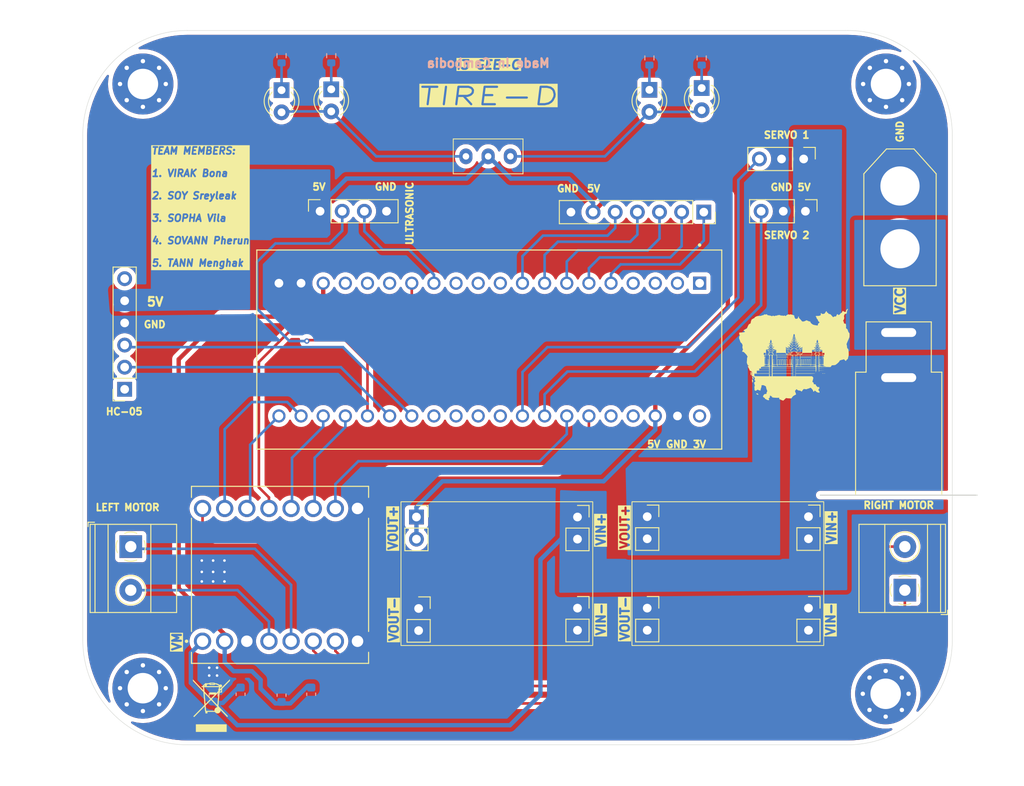
<source format=kicad_pcb>
(kicad_pcb (version 20240108) (generator "pcbnew") (generator_version "8.0")
  (layers (0 "F.Cu" signal) (31 "B.Cu" signal) (34 "B.Paste" user) (35 "F.Paste" user) (36 "B.SilkS" user "B.Silkscreen") (37 "F.SilkS" user "F.Silkscreen") (38 "B.Mask" user) (39 "F.Mask" user) (44 "Edge.Cuts" user))
  (net 0 "")
  (net 1 "PB7")
  (net 2 "A2")
  (net 3 "PB12")
  (net 4 "A1")
  (net 5 "PB6")
  (net 6 "PB13")
  (net 7 "GND")
  (net 8 "PB1")
  (net 9 "3.3V")
  (net 10 "12V")
  (net 11 "PB15")
  (net 12 "PB14")
  (net 18 "5V")
  (net 25 "A4")
  (net 26 "A3")
  (net 28 "A10")
  (net 30 "PB5")
  (net 32 "A8")
  (net 34 "PB0")
  (net 35 "PB4")
  (net 37 "A9")
  (net 40 "A0")
  (net 41 "AO2")
  (net 42 "AO1")
  (net 43 "BO2")
  (net 44 "BO1")
  (net 45 "5VCC")
  (net 46 "Net-(D2-K)")
  (net 47 "Net-(D3-K)")
  (net 48 "Net-(D4-A)")
  (net 49 "Net-(D4-K)")
  (net 50 "Net-(D5-K)")
  (net 51 "Net-(D2-A)")
  (net 52 "VCC")
  (footprint "Logo:flag cambodia 16" (layer "F.Cu") (at 171.6 72)
    (property "Reference" "G***" (hide yes))
    (property "Value" "LOGO" (hide yes))
  )
  (footprint "Connector_BarrelJack:BarrelJack_SwitchcraftConxall_RAPC10U_Horizontal" (layer "F.Cu") (at 183.6 69.42 90)
    (property "Reference" "SW1" (hide yes))
    (property "Value" "SW_SPST" (hide yes))
    (fp_line (start -18.67 -9) (end -18.67 9) (stroke (width 0.12)) (layer "Edge.Cuts"))
    (pad "1" thru_hole rect (at 0 0 90) (size 2.02 5.02) (drill oval 1.02 4.02) (layers "*.Cu" "*.Mask") (net 52 "VCC"))
    (pad "2" thru_hole oval (at -5.18 0 90) (size 2.02 5.02) (drill oval 1.02 4.02) (layers "*.Cu" "*.Mask") (net 10 "12V"))
  )
  (footprint "Connector_PinSocket_2.54mm:PinSocket_1x06_P2.54mm_Vertical" (layer "F.Cu") (at 94.8 75.94 180)
    (property "Reference" "HC1" (hide yes))
    (property "Value" "Conn_01x06_Female")
    (pad "1" thru_hole rect (at 0 0 180) (size 1.7 1.7) (drill 1) (layers "*.Cu" "*.Mask"))
    (pad "2" thru_hole oval (at 0 2.54 180) (size 1.7 1.7) (drill 1) (layers "*.Cu" "*.Mask") (net 37 "A9"))
    (pad "3" thru_hole oval (at 0 5.08 180) (size 1.7 1.7) (drill 1) (layers "*.Cu" "*.Mask") (net 28 "A10"))
    (pad "4" thru_hole oval (at 0 7.62 180) (size 1.7 1.7) (drill 1) (layers "*.Cu" "*.Mask") (net 7 "GND"))
    (pad "5" thru_hole oval (at 0 10.16 180) (size 1.7 1.7) (drill 1) (layers "*.Cu" "*.Mask") (net 18 "5V"))
    (pad "6" thru_hole oval (at 0 12.7 180) (size 1.7 1.7) (drill 1) (layers "*.Cu" "*.Mask"))
  )
  (footprint "Connector_PinSocket_2.54mm:PinSocket_1x02_P2.54mm_Vertical" (layer "F.Cu") (at 128.525 101.1)
    (property "Reference" "J9" (hide yes))
    (property "Value" "VOUT-")
    (pad "1" thru_hole rect (at 0 0) (size 1.7 1.7) (drill 1) (layers "*.Cu" "*.Mask") (net 7 "GND"))
    (pad "2" thru_hole oval (at 0 2.54) (size 1.7 1.7) (drill 1) (layers "*.Cu" "*.Mask") (net 7 "GND"))
  )
  (footprint "Connector_PinSocket_2.54mm:PinSocket_1x02_P2.54mm_Vertical" (layer "F.Cu") (at 154.75 101.06)
    (property "Reference" "J13" (hide yes))
    (property "Value" "VOUT-")
    (pad "1" thru_hole rect (at 0 0) (size 1.7 1.7) (drill 1) (layers "*.Cu" "*.Mask") (net 7 "GND"))
    (pad "2" thru_hole oval (at 0 2.54) (size 1.7 1.7) (drill 1) (layers "*.Cu" "*.Mask") (net 7 "GND"))
  )
  (footprint "DriverMotor:MODULE_ROB-14450" (layer "F.Cu") (at 112.625 97.24 90)
    (property "Reference" "U1" (hide yes))
    (property "Value" "ROB-14450")
    (pad "1" thru_hole circle (at -7.62 -8.89 90) (size 1.98 1.98) (drill 1.32) (layers "*.Cu" "*.Mask") (net 10 "12V"))
    (pad "2" thru_hole circle (at -7.62 -6.35 90) (size 1.98 1.98) (drill 1.32) (layers "*.Cu" "*.Mask") (net 9 "3.3V"))
    (pad "3" thru_hole circle (at -7.62 -3.81 90) (size 1.98 1.98) (drill 1.32) (layers "*.Cu" "*.Mask") (net 7 "GND"))
    (pad "4" thru_hole circle (at -7.62 -1.27 90) (size 1.98 1.98) (drill 1.32) (layers "*.Cu" "*.Mask") (net 42 "AO1"))
    (pad "5" thru_hole circle (at -7.62 1.27 90) (size 1.98 1.98) (drill 1.32) (layers "*.Cu" "*.Mask") (net 41 "AO2"))
    (pad "6" thru_hole circle (at -7.62 3.81 90) (size 1.98 1.98) (drill 1.32) (layers "*.Cu" "*.Mask") (net 43 "BO2"))
    (pad "7" thru_hole circle (at -7.62 6.35 90) (size 1.98 1.98) (drill 1.32) (layers "*.Cu" "*.Mask") (net 44 "BO1"))
    (pad "8" thru_hole circle (at -7.62 8.89 90) (size 1.98 1.98) (drill 1.32) (layers "*.Cu" "*.Mask") (net 7 "GND"))
    (pad "9" thru_hole circle (at 7.62 8.89 90) (size 1.98 1.98) (drill 1.32) (layers "*.Cu" "*.Mask") (net 7 "GND"))
    (pad "10" thru_hole circle (at 7.62 6.35 90) (size 1.98 1.98) (drill 1.32) (layers "*.Cu" "*.Mask") (net 5 "PB6"))
    (pad "11" thru_hole circle (at 7.62 3.81 90) (size 1.98 1.98) (drill 1.32) (layers "*.Cu" "*.Mask") (net 11 "PB15"))
    (pad "12" thru_hole circle (at 7.62 1.27 90) (size 1.98 1.98) (drill 1.32) (layers "*.Cu" "*.Mask") (net 12 "PB14"))
    (pad "13" thru_hole circle (at 7.62 -1.27 90) (size 1.98 1.98) (drill 1.32) (layers "*.Cu" "*.Mask") (net 8 "PB1"))
    (pad "14" thru_hole circle (at 7.62 -3.81 90) (size 1.98 1.98) (drill 1.32) (layers "*.Cu" "*.Mask") (net 3 "PB12"))
    (pad "15" thru_hole circle (at 7.62 -6.35 90) (size 1.98 1.98) (drill 1.32) (layers "*.Cu" "*.Mask") (net 6 "PB13"))
    (pad "16" thru_hole circle (at 7.62 -8.89 90) (size 1.98 1.98) (drill 1.32) (layers "*.Cu" "*.Mask") (net 1 "PB7"))
  )
  (footprint "Connector_PinSocket_2.54mm:PinSocket_1x02_P2.54mm_Vertical" (layer "F.Cu") (at 154.75 90.56)
    (property "Reference" "J12" (hide yes))
    (property "Value" "VOUT+")
    (pad "1" thru_hole rect (at 0 0) (size 1.7 1.7) (drill 1) (layers "*.Cu" "*.Mask") (net 45 "5VCC"))
    (pad "2" thru_hole oval (at 0 2.54) (size 1.7 1.7) (drill 1) (layers "*.Cu" "*.Mask") (net 45 "5VCC"))
  )
  (footprint "LED_THT:LED_D3.0mm" (layer "F.Cu") (at 155 41.56 -90)
    (property "Reference" "D3" (hide yes))
    (property "Value" "LED")
    (pad "1" thru_hole rect (at 0 0 270) (size 1.8 1.8) (drill 0.9) (layers "*.Cu" "*.Mask") (net 47 "Net-(D3-K)"))
    (pad "2" thru_hole circle (at 2.54 0 270) (size 1.8 1.8) (drill 0.9) (layers "*.Cu" "*.Mask") (net 51 "Net-(D2-A)"))
  )
  (footprint "LED_THT:LED_D3.0mm" (layer "F.Cu") (at 161 41.36 -90)
    (property "Reference" "D2" (hide yes))
    (property "Value" "LED")
    (pad "1" thru_hole rect (at 0 0 270) (size 1.8 1.8) (drill 0.9) (layers "*.Cu" "*.Mask") (net 46 "Net-(D2-K)"))
    (pad "2" thru_hole circle (at 2.54 0 270) (size 1.8 1.8) (drill 0.9) (layers "*.Cu" "*.Mask") (net 51 "Net-(D2-A)"))
  )
  (footprint "MountingHole:MountingHole_3.5mm_Pad_Via" (layer "F.Cu") (at 182.143845 40.893845)
    (property "Reference" "H4" (hide yes))
    (property "Value" "MountingHole")
    (pad "1" thru_hole circle (at -2.625 0) (size 0.8 0.8) (drill 0.5) (layers "*.Cu" "*.Mask"))
    (pad "1" thru_hole circle (at -1.856155 -1.856155) (size 0.8 0.8) (drill 0.5) (layers "*.Cu" "*.Mask"))
    (pad "1" thru_hole circle (at -1.856155 1.856155) (size 0.8 0.8) (drill 0.5) (layers "*.Cu" "*.Mask"))
    (pad "1" thru_hole circle (at 0 -2.625) (size 0.8 0.8) (drill 0.5) (layers "*.Cu" "*.Mask"))
    (pad "1" thru_hole circle (at 0 0) (size 7 7) (drill 3.5) (layers "*.Cu" "*.Mask"))
    (pad "1" thru_hole circle (at 0 2.625) (size 0.8 0.8) (drill 0.5) (layers "*.Cu" "*.Mask"))
    (pad "1" thru_hole circle (at 1.856155 -1.856155) (size 0.8 0.8) (drill 0.5) (layers "*.Cu" "*.Mask"))
    (pad "1" thru_hole circle (at 1.856155 1.856155) (size 0.8 0.8) (drill 0.5) (layers "*.Cu" "*.Mask"))
    (pad "1" thru_hole circle (at 2.625 0) (size 0.8 0.8) (drill 0.5) (layers "*.Cu" "*.Mask"))
  )
  (footprint "MountingHole:MountingHole_3.5mm_Pad_Via" (layer "F.Cu") (at 182.106155 110.893845)
    (property "Reference" "H3" (hide yes))
    (property "Value" "MountingHole")
    (pad "1" thru_hole circle (at -2.625 0) (size 0.8 0.8) (drill 0.5) (layers "*.Cu" "*.Mask"))
    (pad "1" thru_hole circle (at -1.856155 -1.856155) (size 0.8 0.8) (drill 0.5) (layers "*.Cu" "*.Mask"))
    (pad "1" thru_hole circle (at -1.856155 1.856155) (size 0.8 0.8) (drill 0.5) (layers "*.Cu" "*.Mask"))
    (pad "1" thru_hole circle (at 0 -2.625) (size 0.8 0.8) (drill 0.5) (layers "*.Cu" "*.Mask"))
    (pad "1" thru_hole circle (at 0 0) (size 7 7) (drill 3.5) (layers "*.Cu" "*.Mask"))
    (pad "1" thru_hole circle (at 0 2.625) (size 0.8 0.8) (drill 0.5) (layers "*.Cu" "*.Mask"))
    (pad "1" thru_hole circle (at 1.856155 -1.856155) (size 0.8 0.8) (drill 0.5) (layers "*.Cu" "*.Mask"))
    (pad "1" thru_hole circle (at 1.856155 1.856155) (size 0.8 0.8) (drill 0.5) (layers "*.Cu" "*.Mask"))
    (pad "1" thru_hole circle (at 2.625 0) (size 0.8 0.8) (drill 0.5) (layers "*.Cu" "*.Mask"))
  )
  (footprint "DriverMotor:Switch 3Pins" (layer "F.Cu") (at 136.55 49.2 180)
    (property "Reference" "SW2" (hide yes))
    (property "Value" "SW_SPDT" (hide yes))
    (pad "1" thru_hole oval (at -2.5 0 180) (size 1.5 1.8) (drill 0.75) (layers "*.Cu" "*.Mask") (net 51 "Net-(D2-A)"))
    (pad "2" thru_hole oval (at 0.05 0 180) (size 1.5 1.8) (drill 0.75) (layers "*.Cu" "*.Mask") (net 18 "5V"))
    (pad "3" thru_hole oval (at 2.6 0 180) (size 1.5 1.8) (drill 0.75) (layers "*.Cu" "*.Mask") (net 48 "Net-(D4-A)"))
  )
  (footprint "STM32F103C8T6:STM32F103C8T6" (layer "F.Cu") (at 136.63 71.38 -90)
    (property "Reference" "U2" (hide yes))
    (property "Value" "ZC323000")
    (pad "1" thru_hole rect (at -7.62 -24.13 270) (size 1.508 1.508) (drill 1) (layers "*.Cu" "*.Mask"))
    (pad "2" thru_hole circle (at -7.62 -21.59 270) (size 1.508 1.508) (drill 1) (layers "*.Cu" "*.Mask"))
    (pad "3" thru_hole circle (at -7.62 -19.05 270) (size 1.508 1.508) (drill 1) (layers "*.Cu" "*.Mask"))
    (pad "4" thru_hole circle (at -7.62 -16.51 270) (size 1.508 1.508) (drill 1) (layers "*.Cu" "*.Mask"))
    (pad "5" thru_hole circle (at -7.62 -13.97 270) (size 1.508 1.508) (drill 1) (layers "*.Cu" "*.Mask") (net 40 "A0"))
    (pad "6" thru_hole circle (at -7.62 -11.43 270) (size 1.508 1.508) (drill 1) (layers "*.Cu" "*.Mask") (net 4 "A1"))
    (pad "7" thru_hole circle (at -7.62 -8.89 270) (size 1.508 1.508) (drill 1) (layers "*.Cu" "*.Mask") (net 2 "A2"))
    (pad "8" thru_hole circle (at -7.62 -6.35 270) (size 1.508 1.508) (drill 1) (layers "*.Cu" "*.Mask") (net 26 "A3"))
    (pad "9" thru_hole circle (at -7.62 -3.81 270) (size 1.508 1.508) (drill 1) (layers "*.Cu" "*.Mask") (net 25 "A4"))
    (pad "10" thru_hole circle (at -7.62 -1.27 270) (size 1.508 1.508) (drill 1) (layers "*.Cu" "*.Mask"))
    (pad "11" thru_hole circle (at -7.62 1.27 270) (size 1.508 1.508) (drill 1) (layers "*.Cu" "*.Mask"))
    (pad "12" thru_hole circle (at -7.62 3.81 270) (size 1.508 1.508) (drill 1) (layers "*.Cu" "*.Mask"))
    (pad "13" thru_hole circle (at -7.62 6.35 270) (size 1.508 1.508) (drill 1) (layers "*.Cu" "*.Mask") (net 34 "PB0"))
    (pad "14" thru_hole circle (at -7.62 8.89 270) (size 1.508 1.508) (drill 1) (layers "*.Cu" "*.Mask") (net 8 "PB1"))
    (pad "15" thru_hole circle (at -7.62 11.43 270) (size 1.508 1.508) (drill 1) (layers "*.Cu" "*.Mask"))
    (pad "16" thru_hole circle (at -7.62 13.97 270) (size 1.508 1.508) (drill 1) (layers "*.Cu" "*.Mask"))
    (pad "17" thru_hole circle (at -7.62 16.51 270) (size 1.508 1.508) (drill 1) (layers "*.Cu" "*.Mask"))
    (pad "18" thru_hole circle (at -7.62 19.05 270) (size 1.508 1.508) (drill 1) (layers "*.Cu" "*.Mask") (net 9 "3.3V"))
    (pad "19" thru_hole circle (at -7.62 21.59 270) (size 1.508 1.508) (drill 1) (layers "*.Cu" "*.Mask") (net 7 "GND"))
    (pad "20" thru_hole circle (at -7.62 24.13 270) (size 1.508 1.508) (drill 1) (layers "*.Cu" "*.Mask") (net 7 "GND"))
    (pad "21" thru_hole circle (at 7.62 24.13 270) (size 1.508 1.508) (drill 1) (layers "*.Cu" "*.Mask") (net 3 "PB12"))
    (pad "22" thru_hole circle (at 7.62 21.59 270) (size 1.508 1.508) (drill 1) (layers "*.Cu" "*.Mask") (net 6 "PB13"))
    (pad "23" thru_hole circle (at 7.62 19.05 270) (size 1.508 1.508) (drill 1) (layers "*.Cu" "*.Mask") (net 12 "PB14"))
    (pad "24" thru_hole circle (at 7.62 16.51 270) (size 1.508 1.508) (drill 1) (layers "*.Cu" "*.Mask") (net 11 "PB15"))
    (pad "25" thru_hole circle (at 7.62 13.97 270) (size 1.508 1.508) (drill 1) (layers "*.Cu" "*.Mask") (net 32 "A8"))
    (pad "26" thru_hole circle (at 7.62 11.43 270) (size 1.508 1.508) (drill 1) (layers "*.Cu" "*.Mask") (net 37 "A9"))
    (pad "27" thru_hole circle (at 7.62 8.89 270) (size 1.508 1.508) (drill 1) (layers "*.Cu" "*.Mask") (net 28 "A10"))
    (pad "28" thru_hole circle (at 7.62 6.35 270) (size 1.508 1.508) (drill 1) (layers "*.Cu" "*.Mask"))
    (pad "29" thru_hole circle (at 7.62 3.81 270) (size 1.508 1.508) (drill 1) (layers "*.Cu" "*.Mask"))
    (pad "30" thru_hole circle (at 7.62 1.27 270) (size 1.508 1.508) (drill 1) (layers "*.Cu" "*.Mask"))
    (pad "31" thru_hole circle (at 7.62 -1.27 270) (size 1.508 1.508) (drill 1) (layers "*.Cu" "*.Mask"))
    (pad "32" thru_hole circle (at 7.62 -3.81 270) (size 1.508 1.508) (drill 1) (layers "*.Cu" "*.Mask") (net 35 "PB4"))
    (pad "33" thru_hole circle (at 7.62 -6.35 270) (size 1.508 1.508) (drill 1) (layers "*.Cu" "*.Mask") (net 30 "PB5"))
    (pad "34" thru_hole circle (at 7.62 -8.89 270) (size 1.508 1.508) (drill 1) (layers "*.Cu" "*.Mask") (net 5 "PB6"))
    (pad "35" thru_hole circle (at 7.62 -11.43 270) (size 1.508 1.508) (drill 1) (layers "*.Cu" "*.Mask") (net 1 "PB7"))
    (pad "36" thru_hole circle (at 7.62 -13.97 270) (size 1.508 1.508) (drill 1) (layers "*.Cu" "*.Mask"))
    (pad "37" thru_hole circle (at 7.62 -16.51 270) (size 1.508 1.508) (drill 1) (layers "*.Cu" "*.Mask"))
    (pad "38" thru_hole circle (at 7.62 -19.05 270) (size 1.508 1.508) (drill 1) (layers "*.Cu" "*.Mask") (net 18 "5V"))
    (pad "39" thru_hole circle (at 7.62 -21.59 270) (size 1.508 1.508) (drill 1) (layers "*.Cu" "*.Mask") (net 7 "GND"))
    (pad "40" thru_hole circle (at 7.62 -24.13 270) (size 1.508 1.508) (drill 1) (layers "*.Cu" "*.Mask") (net 9 "3.3V"))
  )
  (footprint "MountingHole:MountingHole_3.5mm_Pad_Via" (layer "F.Cu") (at 96.893845 40.893845)
    (property "Reference" "H2" (hide yes))
    (property "Value" "MountingHole")
    (pad "1" thru_hole circle (at -2.625 0) (size 0.8 0.8) (drill 0.5) (layers "*.Cu" "*.Mask"))
    (pad "1" thru_hole circle (at -1.856155 -1.856155) (size 0.8 0.8) (drill 0.5) (layers "*.Cu" "*.Mask"))
    (pad "1" thru_hole circle (at -1.856155 1.856155) (size 0.8 0.8) (drill 0.5) (layers "*.Cu" "*.Mask"))
    (pad "1" thru_hole circle (at 0 -2.625) (size 0.8 0.8) (drill 0.5) (layers "*.Cu" "*.Mask"))
    (pad "1" thru_hole circle (at 0 0) (size 7 7) (drill 3.5) (layers "*.Cu" "*.Mask"))
    (pad "1" thru_hole circle (at 0 2.625) (size 0.8 0.8) (drill 0.5) (layers "*.Cu" "*.Mask"))
    (pad "1" thru_hole circle (at 1.856155 -1.856155) (size 0.8 0.8) (drill 0.5) (layers "*.Cu" "*.Mask"))
    (pad "1" thru_hole circle (at 1.856155 1.856155) (size 0.8 0.8) (drill 0.5) (layers "*.Cu" "*.Mask"))
    (pad "1" thru_hole circle (at 2.625 0) (size 0.8 0.8) (drill 0.5) (layers "*.Cu" "*.Mask"))
  )
  (footprint "Connector_PinSocket_2.54mm:PinSocket_1x02_P2.54mm_Vertical" (layer "F.Cu") (at 173.25 90.56)
    (property "Reference" "J10" (hide yes))
    (property "Value" "VIN+")
    (pad "1" thru_hole rect (at 0 0) (size 1.7 1.7) (drill 1) (layers "*.Cu" "*.Mask") (net 10 "12V"))
    (pad "2" thru_hole oval (at 0 2.54) (size 1.7 1.7) (drill 1) (layers "*.Cu" "*.Mask") (net 10 "12V"))
  )
  (footprint "Connector_PinSocket_2.54mm:PinSocket_1x02_P2.54mm_Vertical" (layer "F.Cu") (at 146.75 101.06)
    (property "Reference" "J8" (hide yes))
    (property "Value" "VIN-")
    (pad "1" thru_hole rect (at 0 0) (size 1.7 1.7) (drill 1) (layers "*.Cu" "*.Mask") (net 7 "GND"))
    (pad "2" thru_hole oval (at 0 2.54) (size 1.7 1.7) (drill 1) (layers "*.Cu" "*.Mask") (net 7 "GND"))
  )
  (footprint "Connector_AMASS:AMASS_XT60-M_1x02_P7.20mm_Vertical" (layer "F.Cu") (at 183.75 52.6 -90)
    (property "Reference" "J1" (hide yes))
    (property "Value" "Screw_Terminal_01x02")
    (pad "1" thru_hole roundrect (at 0 0 270) (size 6 6) (drill 4.5) (layers "*.Cu" "*.Mask") (net 7 "GND"))
    (pad "2" thru_hole circle (at 7.2 0 270) (size 6 6) (drill 4.5) (layers "*.Cu" "*.Mask") (net 52 "VCC"))
  )
  (footprint "LED_THT:LED_D3.0mm" (layer "F.Cu") (at 118.5 41.5 -90)
    (property "Reference" "D4" (hide yes))
    (property "Value" "LED")
    (pad "1" thru_hole rect (at 0 0 270) (size 1.8 1.8) (drill 0.9) (layers "*.Cu" "*.Mask") (net 49 "Net-(D4-K)"))
    (pad "2" thru_hole circle (at 2.54 0 270) (size 1.8 1.8) (drill 0.9) (layers "*.Cu" "*.Mask") (net 48 "Net-(D4-A)"))
  )
  (footprint "MountingHole:MountingHole_3.5mm_Pad_Via" (layer "F.Cu") (at 96.893845 110.25)
    (property "Reference" "H1" (hide yes))
    (property "Value" "MountingHole" (hide yes))
    (pad "1" thru_hole circle (at -2.625 0) (size 0.8 0.8) (drill 0.5) (layers "*.Cu" "*.Mask"))
    (pad "1" thru_hole circle (at -1.856155 -1.856155) (size 0.8 0.8) (drill 0.5) (layers "*.Cu" "*.Mask"))
    (pad "1" thru_hole circle (at -1.856155 1.856155) (size 0.8 0.8) (drill 0.5) (layers "*.Cu" "*.Mask"))
    (pad "1" thru_hole circle (at 0 -2.625) (size 0.8 0.8) (drill 0.5) (layers "*.Cu" "*.Mask"))
    (pad "1" thru_hole circle (at 0 0) (size 7 7) (drill 3.5) (layers "*.Cu" "*.Mask"))
    (pad "1" thru_hole circle (at 0 2.625) (size 0.8 0.8) (drill 0.5) (layers "*.Cu" "*.Mask"))
    (pad "1" thru_hole circle (at 1.856155 -1.856155) (size 0.8 0.8) (drill 0.5) (layers "*.Cu" "*.Mask"))
    (pad "1" thru_hole circle (at 1.856155 1.856155) (size 0.8 0.8) (drill 0.5) (layers "*.Cu" "*.Mask"))
    (pad "1" thru_hole circle (at 2.625 0) (size 0.8 0.8) (drill 0.5) (layers "*.Cu" "*.Mask"))
  )
  (footprint "Connector_PinHeader_2.54mm:PinHeader_1x03_P2.54mm_Vertical" (layer "F.Cu") (at 172.7 49.5 -90)
    (property "Reference" "Servo2" (hide yes))
    (property "Value" "~")
    (pad "1" thru_hole rect (at 0 0 270) (size 1.7 1.7) (drill 1) (layers "*.Cu" "*.Mask") (net 45 "5VCC"))
    (pad "2" thru_hole oval (at 0 2.54 270) (size 1.7 1.7) (drill 1) (layers "*.Cu" "*.Mask") (net 7 "GND"))
    (pad "3" thru_hole oval (at 0 5.08 270) (size 1.7 1.7) (drill 1) (layers "*.Cu" "*.Mask") (net 35 "PB4"))
  )
  (footprint "Connector_PinSocket_2.54mm:PinSocket_1x04_P2.54mm_Vertical" (layer "F.Cu") (at 117.22 55.5 90)
    (property "Reference" "J4" (hide yes))
    (property "Value" "ULTRASONIC")
    (pad "1" thru_hole rect (at 0 0 90) (size 1.7 1.7) (drill 1) (layers "*.Cu" "*.Mask") (net 18 "5V"))
    (pad "2" thru_hole oval (at 0 2.54 90) (size 1.7 1.7) (drill 1) (layers "*.Cu" "*.Mask") (net 32 "A8"))
    (pad "3" thru_hole oval (at 0 5.08 90) (size 1.7 1.7) (drill 1) (layers "*.Cu" "*.Mask") (net 34 "PB0"))
    (pad "4" thru_hole oval (at 0 7.62 90) (size 1.7 1.7) (drill 1) (layers "*.Cu" "*.Mask") (net 7 "GND"))
  )
  (footprint "Connector_PinSocket_2.54mm:PinSocket_1x02_P2.54mm_Vertical" (layer "F.Cu") (at 146.75 90.6)
    (property "Reference" "J6" (hide yes))
    (property "Value" "VIN+")
    (pad "1" thru_hole rect (at 0 0) (size 1.7 1.7) (drill 1) (layers "*.Cu" "*.Mask") (net 10 "12V"))
    (pad "2" thru_hole oval (at 0 2.54) (size 1.7 1.7) (drill 1) (layers "*.Cu" "*.Mask") (net 10 "12V"))
  )
  (footprint "DriverMotor:TerminalBlock_Phoenix_MKDS-1,5-2_1x02_P5.00mm_Horizontal-(Large)" (layer "F.Cu") (at 184.305 99 90)
    (property "Reference" "J3" (hide yes))
    (property "Value" "Right_Motor")
    (pad "1" thru_hole rect (at 0 0 90) (size 2.6 2.6) (drill 1.3) (layers "*.Cu" "*.Mask") (net 43 "BO2"))
    (pad "2" thru_hole circle (at 5 0 90) (size 2.6 2.6) (drill 1.3) (layers "*.Cu" "*.Mask") (net 44 "BO1"))
  )
  (footprint "Connector_PinSocket_2.54mm:PinSocket_1x02_P2.54mm_Vertical" (layer "F.Cu") (at 173.25 101.06)
    (property "Reference" "J11" (hide yes))
    (property "Value" "VIN-")
    (pad "1" thru_hole rect (at 0 0) (size 1.7 1.7) (drill 1) (layers "*.Cu" "*.Mask") (net 7 "GND"))
    (pad "2" thru_hole oval (at 0 2.54) (size 1.7 1.7) (drill 1) (layers "*.Cu" "*.Mask") (net 7 "GND"))
  )
  (footprint "Connector_PinSocket_2.54mm:PinSocket_1x07_P2.54mm_Vertical" (layer "F.Cu") (at 161.24 55.6 -90)
    (property "Reference" "TCRT1" (hide yes))
    (property "Value" "Conn_01x07_Female")
    (pad "1" thru_hole rect (at 0 0 270) (size 1.7 1.7) (drill 1) (layers "*.Cu" "*.Mask") (net 40 "A0"))
    (pad "2" thru_hole oval (at 0 2.54 270) (size 1.7 1.7) (drill 1) (layers "*.Cu" "*.Mask") (net 4 "A1"))
    (pad "3" thru_hole oval (at 0 5.08 270) (size 1.7 1.7) (drill 1) (layers "*.Cu" "*.Mask") (net 2 "A2"))
    (pad "4" thru_hole oval (at 0 7.62 270) (size 1.7 1.7) (drill 1) (layers "*.Cu" "*.Mask") (net 26 "A3"))
    (pad "5" thru_hole oval (at 0 10.16 270) (size 1.7 1.7) (drill 1) (layers "*.Cu" "*.Mask") (net 25 "A4"))
    (pad "6" thru_hole oval (at 0 12.7 270) (size 1.7 1.7) (drill 1) (layers "*.Cu" "*.Mask") (net 18 "5V"))
    (pad "7" thru_hole oval (at 0 15.24 270) (size 1.7 1.7) (drill 1) (layers "*.Cu" "*.Mask") (net 7 "GND"))
  )
  (footprint "Connector_PinSocket_2.54mm:PinSocket_1x02_P2.54mm_Vertical" (layer "F.Cu") (at 128.275 90.6)
    (property "Reference" "J7" (hide yes))
    (property "Value" "VOUT+")
    (pad "1" thru_hole rect (at 0 0) (size 1.7 1.7) (drill 1) (layers "*.Cu" "*.Mask") (net 18 "5V"))
    (pad "2" thru_hole oval (at 0 2.54) (size 1.7 1.7) (drill 1) (layers "*.Cu" "*.Mask") (net 18 "5V"))
  )
  (footprint "DriverMotor:TerminalBlock_Phoenix_MKDS-1,5-2_1x02_P5.00mm_Horizontal-(Large)" (layer "F.Cu") (at 95.5 94 -90)
    (property "Reference" "J2" (hide yes))
    (property "Value" "Left_Motor")
    (pad "1" thru_hole rect (at 0 0 270) (size 2.6 2.6) (drill 1.3) (layers "*.Cu" "*.Mask") (net 41 "AO2"))
    (pad "2" thru_hole circle (at 5 0 270) (size 2.6 2.6) (drill 1.3) (layers "*.Cu" "*.Mask") (net 42 "AO1"))
  )
  (footprint "LED_THT:LED_D3.0mm" (layer "F.Cu") (at 112.8 41.6 -90)
    (property "Reference" "D5" (hide yes))
    (property "Value" "LED")
    (pad "1" thru_hole rect (at 0 0 270) (size 1.8 1.8) (drill 0.9) (layers "*.Cu" "*.Mask") (net 50 "Net-(D5-K)"))
    (pad "2" thru_hole circle (at 2.54 0 270) (size 1.8 1.8) (drill 0.9) (layers "*.Cu" "*.Mask") (net 48 "Net-(D4-A)"))
  )
  (footprint "Symbol:WEEE-Logo_4.2x6mm_SilkScreen" (layer "F.Cu") (at 104.75 112.25)
    (property "Reference" "REF**" (hide yes))
    (property "Value" "WEEE-Logo_4.2x6mm_SilkScreen" (hide yes))
  )
  (footprint "Connector_PinHeader_2.54mm:PinHeader_1x03_P2.54mm_Vertical" (layer "F.Cu") (at 172.9 55.5 -90)
    (property "Reference" "Servo1" (hide yes))
    (property "Value" "~")
    (pad "1" thru_hole rect (at 0 0 270) (size 1.7 1.7) (drill 1) (layers "*.Cu" "*.Mask") (net 45 "5VCC"))
    (pad "2" thru_hole oval (at 0 2.54 270) (size 1.7 1.7) (drill 1) (layers "*.Cu" "*.Mask") (net 7 "GND"))
    (pad "3" thru_hole oval (at 0 5.08 270) (size 1.7 1.7) (drill 1) (layers "*.Cu" "*.Mask") (net 30 "PB5"))
  )
  (footprint "Capacitor_SMD:C_0603_1608Metric" (layer "B.Cu") (at 105 111 90)
    (property "Reference" "C3" (hide yes))
    (property "Value" "0.1uF")
    (pad "1" smd roundrect (at -0.775 0 90) (size 0.9 0.95) (layers "B.Cu" "B.Paste" "B.Mask") (net 10 "12V"))
    (pad "2" smd roundrect (at 0.775 0 90) (size 0.9 0.95) (layers "B.Cu" "B.Paste" "B.Mask") (net 7 "GND"))
  )
  (footprint "Resistor_SMD:R_0603_1608Metric" (layer "B.Cu") (at 118.5 37.64 -90)
    (property "Reference" "R4" (hide yes))
    (property "Value" "220")
    (pad "1" smd roundrect (at -0.825 0 270) (size 0.8 0.95) (layers "B.Cu" "B.Paste" "B.Mask") (net 7 "GND"))
    (pad "2" smd roundrect (at 0.825 0 270) (size 0.8 0.95) (layers "B.Cu" "B.Paste" "B.Mask") (net 49 "Net-(D4-K)"))
  )
  (footprint "Resistor_SMD:R_0603_1608Metric" (layer "B.Cu") (at 155 37.9 -90)
    (property "Reference" "R3" (hide yes))
    (property "Value" "220")
    (pad "1" smd roundrect (at -0.825 0 270) (size 0.8 0.95) (layers "B.Cu" "B.Paste" "B.Mask") (net 7 "GND"))
    (pad "2" smd roundrect (at 0.825 0 270) (size 0.8 0.95) (layers "B.Cu" "B.Paste" "B.Mask") (net 47 "Net-(D3-K)"))
  )
  (footprint "Capacitor_SMD:C_0603_1608Metric" (layer "B.Cu") (at 108.1 110.95 -90)
    (property "Reference" "C4" (hide yes))
    (property "Value" "10uF")
    (pad "1" smd roundrect (at -0.775 0 270) (size 0.9 0.95) (layers "B.Cu" "B.Paste" "B.Mask") (net 10 "12V"))
    (pad "2" smd roundrect (at 0.775 0 270) (size 0.9 0.95) (layers "B.Cu" "B.Paste" "B.Mask") (net 7 "GND"))
  )
  (footprint "Resistor_SMD:R_0603_1608Metric" (layer "B.Cu") (at 161 37.9 -90)
    (property "Reference" "R2" (hide yes))
    (property "Value" "220")
    (pad "1" smd roundrect (at -0.825 0 270) (size 0.8 0.95) (layers "B.Cu" "B.Paste" "B.Mask") (net 7 "GND"))
    (pad "2" smd roundrect (at 0.825 0 270) (size 0.8 0.95) (layers "B.Cu" "B.Paste" "B.Mask") (net 46 "Net-(D2-K)"))
  )
  (footprint "Capacitor_SMD:C_0603_1608Metric" (layer "B.Cu") (at 112.8 111.05 90)
    (property "Reference" "C2" (hide yes))
    (property "Value" "10uF")
    (pad "1" smd roundrect (at -0.775 0 90) (size 0.9 0.95) (layers "B.Cu" "B.Paste" "B.Mask") (net 9 "3.3V"))
    (pad "2" smd roundrect (at 0.775 0 90) (size 0.9 0.95) (layers "B.Cu" "B.Paste" "B.Mask") (net 7 "GND"))
  )
  (footprint "Resistor_SMD:R_0603_1608Metric" (layer "B.Cu") (at 112.8 37.64 -90)
    (property "Reference" "R5" (hide yes))
    (property "Value" "220")
    (pad "1" smd roundrect (at -0.825 0 270) (size 0.8 0.95) (layers "B.Cu" "B.Paste" "B.Mask") (net 7 "GND"))
    (pad "2" smd roundrect (at 0.825 0 270) (size 0.8 0.95) (layers "B.Cu" "B.Paste" "B.Mask") (net 50 "Net-(D5-K)"))
  )
  (footprint "Capacitor_SMD:C_0603_1608Metric" (layer "B.Cu") (at 116.2 110.95 -90)
    (property "Reference" "C1" (hide yes))
    (property "Value" "0.1uF")
    (pad "1" smd roundrect (at -0.775 0 270) (size 0.9 0.95) (layers "B.Cu" "B.Paste" "B.Mask") (net 9 "3.3V"))
    (pad "2" smd roundrect (at 0.775 0 270) (size 0.9 0.95) (layers "B.Cu" "B.Paste" "B.Mask") (net 7 "GND"))
  )
  (gr_rect (start 153 88.85) (end 175 105.35) (stroke (width 0.1)) (fill none) (layer "F.SilkS"))
  (gr_rect (start 126.5 88.85) (end 148.5 105.35) (stroke (width 0.1)) (fill none) (layer "F.SilkS"))
  (gr_line (start 90 104.75) (end 90 46.75) (stroke (width 0.05)) (layer "Edge.Cuts"))
  (gr_arc (start 177.75 34.75) (mid 186.235281 38.264719) (end 189.75 46.75) (stroke (width 0.05)) (layer "Edge.Cuts"))
  (gr_arc (start 102 116.75) (mid 93.514719 113.235281) (end 90 104.75) (stroke (width 0.05)) (layer "Edge.Cuts"))
  (gr_line (start 102 34.75) (end 177.75 34.75) (stroke (width 0.05)) (layer "Edge.Cuts"))
  (gr_arc (start 90 46.75) (mid 93.514719 38.264719) (end 102 34.75) (stroke (width 0.05)) (layer "Edge.Cuts"))
  (gr_line (start 177.75 116.75) (end 102 116.75) (stroke (width 0.05)) (layer "Edge.Cuts"))
  (gr_arc (start 189.75 104.75) (mid 186.235281 113.235281) (end 177.75 116.75) (stroke (width 0.05)) (layer "Edge.Cuts"))
  (gr_line (start 189.75 46.75) (end 189.75 104.75) (stroke (width 0.05)) (layer "Edge.Cuts"))
  (gr_text "Made In Cambodia" (at 136.5 38.5 0) (layer "B.SilkS") (effects (font (size 1 1) (thickness 0.25) (bold yes)) (justify mirror)))
  (gr_text "ULTRASONIC" (at 127.5 55.75 90) (layer "F.SilkS") (effects (font (size 0.8 0.8) (thickness 0.2) (bold yes))))
  (gr_text "VOUT-\n\n" (at 153 102.25 90) (layer "F.SilkS" knockout) (effects (font (size 1 1) (thickness 0.25) (bold yes))))
  (gr_text "HC-05" (at 94.75 78.5 0) (layer "F.SilkS") (effects (font (size 0.8 0.8) (thickness 0.2) (bold yes))))
  (gr_text "5V" (at 148.6 52.9 0) (layer "F.SilkS") (effects (font (size 0.8 0.8) (thickness 0.2) (bold yes))))
  (gr_text "VIN-\n" (at 175.8 102.35 90) (layer "F.SilkS" knockout) (effects (font (size 1 1) (thickness 0.25) (bold yes))))
  (gr_text "VIN+\n\n" (at 150.25 92.05 90) (layer "F.SilkS" knockout) (effects (font (size 1 1) (thickness 0.25) (bold yes))))
  (gr_text "VOUT+\n\n" (at 153 91.75 90) (layer "F.SilkS" knockout) (effects (font (size 1 1) (thickness 0.25) (bold yes))))
  (gr_text "VM\n" (at 100.8 104.9 90) (layer "F.SilkS" knockout) (effects (font (size 1 1) (thickness 0.25) (bold yes))))
  (gr_text "GND" (at 99.6 68.5 0) (layer "F.SilkS") (effects (font (size 0.8 0.8) (thickness 0.2) (bold yes)) (justify right)))
  (gr_text "VIN-\n\n" (at 150.25 102.35 90) (layer "F.SilkS" knockout) (effects (font (size 1 1) (thickness 0.25) (bold yes))))
  (gr_text "TIRE-D" (at 136.5 42.3 0) (layer "F.SilkS" knockout) (effects (font (size 2 3) (thickness 0.25) (bold yes) (italic yes))))
  (gr_text "5V" (at 172.75 52.75 0) (layer "F.SilkS") (effects (font (size 0.8 0.8) (thickness 0.2) (bold yes))))
  (gr_text "GND" (at 126.1 52.7 0) (layer "F.SilkS") (effects (font (size 0.8 0.8) (thickness 0.2) (bold yes)) (justify right)))
  (gr_text "5V" (at 117.1 52.7 0) (layer "F.SilkS") (effects (font (size 0.8 0.8) (thickness 0.2) (bold yes))))
  (gr_text "SERVO 2\n" (at 170.75 58.25 0) (layer "F.SilkS") (effects (font (size 0.8 0.8) (thickness 0.2) (bold yes))))
  (gr_text "5V" (at 155.5 82.25 0) (layer "F.SilkS") (effects (font (size 0.8 0.8) (thickness 0.2) (bold yes))))
  (gr_text "SERVO 1\n" (at 170.75 46.75 0) (layer "F.SilkS") (effects (font (size 0.8 0.8) (thickness 0.2) (bold yes))))
  (gr_text "GND" (at 171.5 52.75 0) (layer "F.SilkS") (effects (font (size 0.8 0.8) (thickness 0.2) (bold yes)) (justify right)))
  (gr_text "TEAM MEMBERS:\n\n1. VIRAK Bona\n\n2. SOY Sreyleak\n\n3. SOPHA Vila\n\n4. SOVANN Pherun\n\n5. TANN Menghak" (at 97.8 55 0) (layer "F.SilkS" knockout) (effects (font (size 0.8 0.8) (thickness 0.2) (bold yes) (italic yes)) (justify left)))
  (gr_text "GND" (at 159.5 82.25 0) (layer "F.SilkS") (effects (font (size 0.8 0.8) (thickness 0.2) (bold yes)) (justify right)))
  (gr_text "VOUT-\n\n" (at 126.5 102.35 90) (layer "F.SilkS" knockout) (effects (font (size 1 1) (thickness 0.25) (bold yes))))
  (gr_text "I3 GEE-C\n" (at 136.5 38.7 0) (layer "F.SilkS" knockout) (effects (font (size 1 1) (thickness 0.25) (bold yes) (italic yes))))
  (gr_text "GND" (at 183.75 45 90) (layer "F.SilkS") (effects (font (size 0.8 0.8) (thickness 0.2) (bold yes)) (justify right)))
  (gr_text "LEFT MOTOR\n" (at 98.9 89.5 0) (layer "F.SilkS") (effects (font (size 0.8 0.8) (thickness 0.2) (bold yes)) (justify right)))
  (gr_text "RIGHT MOTOR\n" (at 187.75 89.25 0) (layer "F.SilkS") (effects (font (size 0.8 0.8) (thickness 0.2) (bold yes)) (justify right)))
  (gr_text "3V" (at 160.75 82.25 0) (layer "F.SilkS") (effects (font (size 0.8 0.8) (thickness 0.2) (bold yes))))
  (gr_text "GND" (at 147 52.9 0) (layer "F.SilkS") (effects (font (size 0.8 0.8) (thickness 0.2) (bold yes)) (justify right)))
  (gr_text "5V" (at 98.3 65.9 0) (layer "F.SilkS") (effects (font (size 1 1) (thickness 0.25) (bold yes))))
  (gr_text "VIN+\n" (at 175.9 91.75 90) (layer "F.SilkS" knockout) (effects (font (size 1 1) (thickness 0.25) (bold yes))))
  (gr_text "VCC\n" (at 183.75 65.75 90) (layer "F.SilkS" knockout) (effects (font (size 1 1) (thickness 0.25) (bold yes))))
  (gr_text "VOUT+\n\n" (at 126.4 91.85 90) (layer "F.SilkS" knockout) (effects (font (size 1 1) (thickness 0.25) (bold yes))))
  (segment (start 105.2 93) (end 120.030047 93) (width 0.3) (layer "F.Cu") (net 1))
  (segment (start 148.06 81.69) (end 148.06 79) (width 0.3) (layer "F.Cu") (net 1))
  (segment (start 125.2 85.3) (end 144.45 85.3) (width 0.3) (layer "F.Cu") (net 1))
  (segment (start 103.735 91.535) (end 105.2 93) (width 0.3) (layer "F.Cu") (net 1))
  (segment (start 103.735 89.62) (end 103.735 91.535) (width 0.3) (layer "F.Cu") (net 1))
  (segment (start 122.855 90.175047) (end 122.855 87.645) (width 0.3) (layer "F.Cu") (net 1))
  (segment (start 122.855 87.645) (end 125.2 85.3) (width 0.3) (layer "F.Cu") (net 1))
  (segment (start 120.030047 93) (end 122.855 90.175047) (width 0.3) (layer "F.Cu") (net 1))
  (segment (start 144.45 85.3) (end 148.06 81.69) (width 0.3) (layer "F.Cu") (net 1))
  (segment (start 145.52 61.28) (end 146.8 60) (width 0.3) (layer "B.Cu") (net 2))
  (segment (start 156.16 58.64) (end 156.16 55.6) (width 0.3) (layer "B.Cu") (net 2))
  (segment (start 146.8 60) (end 154.8 60) (width 0.3) (layer "B.Cu") (net 2))
  (segment (start 145.52 63.76) (end 145.52 61.28) (width 0.3) (layer "B.Cu") (net 2))
  (segment (start 154.8 60) (end 156.16 58.64) (width 0.3) (layer "B.Cu") (net 2))
  (segment (start 109.2 89.235) (end 109.2 82.3) (width 0.3) (layer "B.Cu") (net 3))
  (segment (start 109.2 82.3) (end 112.5 79) (width 0.3) (layer "B.Cu") (net 3))
  (segment (start 108.815 89.62) (end 109.2 89.235) (width 0.3) (layer "B.Cu") (net 3))
  (segment (start 157.4 60.8) (end 158.7 59.5) (width 0.3) (layer "B.Cu") (net 4))
  (segment (start 158.7 59.5) (end 158.7 55.6) (width 0.3) (layer "B.Cu") (net 4))
  (segment (start 148.06 63.76) (end 148.06 62.04) (width 0.3) (layer "B.Cu") (net 4))
  (segment (start 149.3 60.8) (end 157.4 60.8) (width 0.3) (layer "B.Cu") (net 4))
  (segment (start 148.06 62.04) (end 149.3 60.8) (width 0.3) (layer "B.Cu") (net 4))
  (segment (start 118.975 89.62) (end 118.975 86.825) (width 0.3) (layer "B.Cu") (net 5))
  (segment (start 118.975 86.825) (end 121.6 84.2) (width 0.3) (layer "B.Cu") (net 5))
  (segment (start 145.52 81.08) (end 145.52 79) (width 0.3) (layer "B.Cu") (net 5))
  (segment (start 121.6 84.2) (end 142.4 84.2) (width 0.3) (layer "B.Cu") (net 5))
  (segment (start 142.4 84.2) (end 145.52 81.08) (width 0.3) (layer "B.Cu") (net 5))
  (segment (start 113.44 77.4) (end 115.04 79) (width 0.3) (layer "B.Cu") (net 6))
  (segment (start 109.4 77.4) (end 113.44 77.4) (width 0.3) (layer "B.Cu") (net 6))
  (segment (start 106.275 80.525) (end 109.4 77.4) (width 0.3) (layer "B.Cu") (net 6))
  (segment (start 106.275 89.62) (end 106.275 80.525) (width 0.3) (layer "B.Cu") (net 6))
  (via (at 103.65 96.9) (size 0.6) (drill 0.3) (layers "F.Cu" "B.Cu") (net 7))
  (via (at 105.4 107.9) (size 0.6) (drill 0.3) (layers "F.Cu" "B.Cu") (net 7))
  (via (at 104.95 95.6) (size 0.6) (drill 0.3) (layers "F.Cu" "B.Cu") (net 7))
  (via (at 104.95 98) (size 0.6) (drill 0.3) (layers "F.Cu" "B.Cu") (net 7))
  (via (at 103.65 95.6) (size 0.6) (drill 0.3) (layers "F.Cu" "B.Cu") (net 7))
  (via (at 104.5 108.8) (size 0.6) (drill 0.3) (layers "F.Cu" "B.Cu") (net 7))
  (via (at 106.25 98) (size 0.6) (drill 0.3) (layers "F.Cu" "B.Cu") (net 7))
  (via (at 103.65 98) (size 0.6) (drill 0.3) (layers "F.Cu" "B.Cu") (net 7))
  (via (at 105.4 108.8) (size 0.6) (drill 0.3) (layers "F.Cu" "B.Cu") (net 7))
  (via (at 104.95 96.9) (size 0.6) (drill 0.3) (layers "F.Cu" "B.Cu") (net 7))
  (via (at 106.25 95.6) (size 0.6) (drill 0.3) (layers "F.Cu" "B.Cu") (net 7))
  (via (at 106.25 96.9) (size 0.6) (drill 0.3) (layers "F.Cu" "B.Cu") (net 7))
  (via (at 104.5 107.9) (size 0.6) (drill 0.3) (layers "F.Cu" "B.Cu") (net 7))
  (segment (start 113.6 69.4) (end 124.9 69.4) (width 0.3) (layer "F.Cu") (net 8))
  (segment (start 127.74 66.56) (end 127.74 63.76) (width 0.3) (layer "F.Cu") (net 8))
  (segment (start 111.355 88.355) (end 110.2 87.2) (width 0.3) (layer "F.Cu") (net 8))
  (segment (start 124.9 69.4) (end 127.74 66.56) (width 0.3) (layer "F.Cu") (net 8))
  (segment (start 110.2 72.8) (end 113.6 69.4) (width 0.3) (layer "F.Cu") (net 8))
  (segment (start 111.355 89.62) (end 111.355 88.355) (width 0.3) (layer "F.Cu") (net 8))
  (segment (start 110.2 87.2) (end 110.2 72.8) (width 0.3) (layer "F.Cu") (net 8))
  (segment (start 106.275 104.075) (end 101 98.8) (width 0.5) (layer "F.Cu") (net 9))
  (segment (start 101 72.5) (end 105.9 67.6) (width 0.5) (layer "F.Cu") (net 9))
  (segment (start 117.58 65.72) (end 117.58 63.76) (width 0.5) (layer "F.Cu") (net 9))
  (segment (start 105.9 67.6) (end 115.7 67.6) (width 0.5) (layer "F.Cu") (net 9))
  (segment (start 101 98.8) (end 101 72.5) (width 0.5) (layer "F.Cu") (net 9))
  (segment (start 106.275 104.86) (end 106.275 104.075) (width 0.5) (layer "F.Cu") (net 9))
  (segment (start 115.7 67.6) (end 117.58 65.72) (width 0.5) (layer "F.Cu") (net 9))
  (segment (start 106.275 107.275) (end 106.275 104.86) (width 0.5) (layer "B.Cu") (net 9))
  (segment (start 109.4 108.3) (end 107.3 108.3) (width 0.5) (layer "B.Cu") (net 9))
  (segment (start 110.4 110.3) (end 110.4 109.3) (width 0.5) (layer "B.Cu") (net 9))
  (segment (start 112.8 112) (end 113.8 112) (width 0.5) (layer "B.Cu") (net 9))
  (segment (start 115.8 110) (end 116.2 110) (width 0.5) (layer "B.Cu") (net 9))
  (segment (start 107.3 108.3) (end 106.275 107.275) (width 0.5) (layer "B.Cu") (net 9))
  (segment (start 110.4 109.3) (end 109.4 108.3) (width 0.5) (layer "B.Cu") (net 9))
  (segment (start 113.8 112) (end 115.8 110) (width 0.5) (layer "B.Cu") (net 9))
  (segment (start 112.1 112) (end 110.4 110.3) (width 0.5) (layer "B.Cu") (net 9))
  (segment (start 112.8 112) (end 112.1 112) (width 0.5) (layer "B.Cu") (net 9))
  (segment (start 146.75 93.14) (end 144.86 93.14) (width 0.5) (layer "B.Cu") (net 10))
  (segment (start 102.4 109.65) (end 102.4 106.195) (width 0.5) (layer "B.Cu") (net 10))
  (segment (start 106.05 111.95) (end 104.7 111.95) (width 0.5) (layer "B.Cu") (net 10))
  (segment (start 108.1 110) (end 108 110) (width 0.5) (layer "B.Cu") (net 10))
  (segment (start 104.7 111.95) (end 102.4 109.65) (width 0.5) (layer "B.Cu") (net 10))
  (segment (start 142.5 95.5) (end 142.5 111) (width 0.5) (layer "B.Cu") (net 10))
  (segment (start 102.4 106.195) (end 103.735 104.86) (width 0.5) (layer "B.Cu") (net 10))
  (segment (start 139 114.5) (end 107.725 114.5) (width 0.5) (layer "B.Cu") (net 10))
  (segment (start 108 110) (end 106.05 111.95) (width 0.5) (layer "B.Cu") (net 10))
  (segment (start 142.5 111) (end 139 114.5) (width 0.5) (layer "B.Cu") (net 10))
  (segment (start 144.86 93.14) (end 142.5 95.5) (width 0.5) (layer "B.Cu") (net 10))
  (segment (start 107.725 114.5) (end 105 111.775) (width 0.5) (layer "B.Cu") (net 10))
  (segment (start 116.6 89.455) (end 116.6 83.8) (width 0.3) (layer "B.Cu") (net 11))
  (segment (start 116.435 89.62) (end 116.6 89.455) (width 0.3) (layer "B.Cu") (net 11))
  (segment (start 116.6 83.8) (end 120.12 80.28) (width 0.3) (layer "B.Cu") (net 11))
  (segment (start 120.12 80.28) (end 120.12 79) (width 0.3) (layer "B.Cu") (net 11))
  (segment (start 114 89.515) (end 114 83.8) (width 0.3) (layer "B.Cu") (net 12))
  (segment (start 113.895 89.62) (end 114 89.515) (width 0.3) (layer "B.Cu") (net 12))
  (segment (start 114 83.8) (end 117.58 80.22) (width 0.3) (layer "B.Cu") (net 12))
  (segment (start 117.58 80.22) (end 117.58 79) (width 0.3) (layer "B.Cu") (net 12))
  (segment (start 164 66.5) (end 155.68 74.82) (width 0.5) (layer "F.Cu") (net 18))
  (segment (start 148.54 55.6) (end 152.39 51.75) (width 0.5) (layer "F.Cu") (net 18))
  (segment (start 152.39 51.75) (end 162 51.75) (width 0.5) (layer "F.Cu") (net 18))
  (segment (start 162 51.75) (end 164 53.75) (width 0.5) (layer "F.Cu") (net 18))
  (segment (start 155.68 74.82) (end 155.68 79) (width 0.5) (layer "F.Cu") (net 18))
  (segment (start 164 53.75) (end 164 66.5) (width 0.5) (layer "F.Cu") (net 18))
  (segment (start 128.275 90.6) (end 128.275 89.475) (width 0.5) (layer "B.Cu") (net 18))
  (segment (start 120.25 51.75) (end 134.01 51.75) (width 0.5) (layer "B.Cu") (net 18))
  (segment (start 155.68 80.57) (end 155.68 79) (width 0.5) (layer "B.Cu") (net 18))
  (segment (start 148.54 54.54) (end 145.75 51.75) (width 0.5) (layer "B.Cu") (net 18))
  (segment (start 139.11 51.75) (end 136.56 49.2) (width 0.5) (layer "B.Cu") (net 18))
  (segment (start 117.22 55.5) (end 117.22 54.78) (width 0.5) (layer "B.Cu") (net 18))
  (segment (start 149.75 86.5) (end 155.68 80.57) (width 0.5) (layer "B.Cu") (net 18))
  (segment (start 128.275 93.14) (end 128.275 90.6) (width 0.5) (layer "B.Cu") (net 18))
  (segment (start 145.75 51.75) (end 139.11 51.75) (width 0.5) (layer "B.Cu") (net 18))
  (segment (start 131.25 86.5) (end 149.75 86.5) (width 0.5) (layer "B.Cu") (net 18))
  (segment (start 134.01 51.75) (end 136.56 49.2) (width 0.5) (layer "B.Cu") (net 18))
  (segment (start 117.22 54.78) (end 120.25 51.75) (width 0.5) (layer "B.Cu") (net 18))
  (segment (start 128.275 89.475) (end 131.25 86.5) (width 0.5) (layer "B.Cu") (net 18))
  (segment (start 148.54 55.6) (end 148.54 54.54) (width 0.5) (layer "B.Cu") (net 18))
  (segment (start 151.08 57.42) (end 151.08 55.6) (width 0.3) (layer "B.Cu") (net 25))
  (segment (start 140.44 63.76) (end 140.44 60.66) (width 0.3) (layer "B.Cu") (net 25))
  (segment (start 140.44 60.66) (end 142.8 58.3) (width 0.3) (layer "B.Cu") (net 25))
  (segment (start 142.8 58.3) (end 150.2 58.3) (width 0.3) (layer "B.Cu") (net 25))
  (segment (start 150.2 58.3) (end 151.08 57.42) (width 0.3) (layer "B.Cu") (net 25))
  (segment (start 142.98 63.76) (end 142.98 60.52) (width 0.3) (layer "B.Cu") (net 26))
  (segment (start 144.5 59) (end 152.8 59) (width 0.3) (layer "B.Cu") (net 26))
  (segment (start 152.8 59) (end 153.62 58.18) (width 0.3) (layer "B.Cu") (net 26))
  (segment (start 153.62 58.18) (end 153.62 55.6) (width 0.3) (layer "B.Cu") (net 26))
  (segment (start 142.98 60.52) (end 144.5 59) (width 0.3) (layer "B.Cu") (net 26))
  (segment (start 94.8 70.86) (end 95.04 71.1) (width 0.3) (layer "B.Cu") (net 28))
  (segment (start 95.04 71.1) (end 119.84 71.1) (width 0.3) (layer "B.Cu") (net 28))
  (segment (start 119.84 71.1) (end 127.74 79) (width 0.3) (layer "B.Cu") (net 28))
  (segment (start 160.2 73.9) (end 145.6 73.9) (width 0.3) (layer "B.Cu") (net 30))
  (segment (start 167.82 55.5) (end 167.82 66.28) (width 0.3) (layer "B.Cu") (net 30))
  (segment (start 142.98 76.52) (end 142.98 79) (width 0.3) (layer "B.Cu") (net 30))
  (segment (start 145.6 73.9) (end 142.98 76.52) (width 0.3) (layer "B.Cu") (net 30))
  (segment (start 167.82 66.28) (end 160.2 73.9) (width 0.3) (layer "B.Cu") (net 30))
  (segment (start 115.7 70.4) (end 115.8 70.3) (width 0.3) (layer "F.Cu") (net 32))
  (segment (start 122.66 72.86) (end 122.66 79) (width 0.3) (layer "F.Cu") (net 32))
  (segment (start 120.1 70.3) (end 122.66 72.86) (width 0.3) (layer "F.Cu") (net 32))
  (segment (start 115.8 70.3) (end 120.1 70.3) (width 0.3) (layer "F.Cu") (net 32))
  (via (at 115.7 70.4) (size 0.6) (drill 0.3) (layers "F.Cu" "B.Cu") (net 32))
  (segment (start 110 66.7) (end 110 61.3) (width 0.3) (layer "B.Cu") (net 32))
  (segment (start 115.7 70.4) (end 113.7 70.4) (width 0.3) (layer "B.Cu") (net 32))
  (segment (start 113.7 70.4) (end 110 66.7) (width 0.3) (layer "B.Cu") (net 32))
  (segment (start 110 61.3) (end 112.1 59.2) (width 0.3) (layer "B.Cu") (net 32))
  (segment (start 119.76 57.74) (end 119.76 55.5) (width 0.3) (layer "B.Cu") (net 32))
  (segment (start 112.1 59.2) (end 118.3 59.2) (width 0.3) (layer "B.Cu") (net 32))
  (segment (start 118.3 59.2) (end 119.76 57.74) (width 0.3) (layer "B.Cu") (net 32))
  (segment (start 122.3 57.8) (end 124.4 59.9) (width 0.3) (layer "B.Cu") (net 34))
  (segment (start 122.3 55.5) (end 122.3 57.8) (width 0.3) (layer "B.Cu") (net 34))
  (segment (start 124.4 59.9) (end 127.4 59.9) (width 0.3) (layer "B.Cu") (net 34))
  (segment (start 130.28 62.78) (end 130.28 63.76) (width 0.3) (layer "B.Cu") (net 34))
  (segment (start 127.4 59.9) (end 130.28 62.78) (width 0.3) (layer "B.Cu") (net 34))
  (segment (start 140.44 73.96) (end 140.44 79) (width 0.3) (layer "B.Cu") (net 35))
  (segment (start 143.3 71.1) (end 140.44 73.96) (width 0.3) (layer "B.Cu") (net 35))
  (segment (start 159.5 71.1) (end 143.3 71.1) (width 0.3) (layer "B.Cu") (net 35))
  (segment (start 165.2 51.92) (end 165.2 65.4) (width 0.3) (layer "B.Cu") (net 35))
  (segment (start 167.62 49.5) (end 165.2 51.92) (width 0.3) (layer "B.Cu") (net 35))
  (segment (start 165.2 65.4) (end 159.5 71.1) (width 0.3) (layer "B.Cu") (net 35))
  (segment (start 119.6 73.4) (end 125.2 79) (width 0.3) (layer "B.Cu") (net 37))
  (segment (start 94.8 73.4) (end 119.6 73.4) (width 0.3) (layer "B.Cu") (net 37))
  (segment (start 158.5 61.6) (end 161.24 58.86) (width 0.3) (layer "B.Cu") (net 40))
  (segment (start 150.6 62.7) (end 151.7 61.6) (width 0.3) (layer "B.Cu") (net 40))
  (segment (start 151.7 61.6) (end 158.5 61.6) (width 0.3) (layer "B.Cu") (net 40))
  (segment (start 150.6 63.76) (end 150.6 62.7) (width 0.3) (layer "B.Cu") (net 40))
  (segment (start 161.24 58.86) (end 161.24 55.6) (width 0.3) (layer "B.Cu") (net 40))
  (segment (start 109.75 94.25) (end 113.895 98.395) (width 0.3) (layer "B.Cu") (net 41))
  (segment (start 113.895 98.395) (end 113.895 104.86) (width 0.3) (layer "B.Cu") (net 41))
  (segment (start 95.75 94.25) (end 109.75 94.25) (width 0.3) (layer "B.Cu") (net 41))
  (segment (start 95.5 94) (end 95.75 94.25) (width 0.3) (layer "B.Cu") (net 41))
  (segment (start 111.355 102.605) (end 111.355 104.86) (width 0.3) (layer "B.Cu") (net 42))
  (segment (start 107.75 99) (end 111.355 102.605) (width 0.3) (layer "B.Cu") (net 42))
  (segment (start 95.5 99) (end 107.75 99) (width 0.3) (layer "B.Cu") (net 42))
  (segment (start 184.305 101.445) (end 173.75 112) (width 0.3) (layer "F.Cu") (net 43))
  (segment (start 184.305 99) (end 184.305 101.445) (width 0.3) (layer "F.Cu") (net 43))
  (segment (start 116.435 105.935) (end 116.435 104.86) (width 0.3) (layer "F.Cu") (net 43))
  (segment (start 122.5 112) (end 116.435 105.935) (width 0.3) (layer "F.Cu") (net 43))
  (segment (start 173.75 112) (end 122.5 112) (width 0.3) (layer "F.Cu") (net 43))
  (segment (start 179.75 102.25) (end 172 110) (width 0.3) (layer "F.Cu") (net 44))
  (segment (start 179.75 96.5) (end 179.75 102.25) (width 0.3) (layer "F.Cu") (net 44))
  (segment (start 172 110) (end 123 110) (width 0.3) (layer "F.Cu") (net 44))
  (segment (start 118.975 105.975) (end 118.975 104.86) (width 0.3) (layer "F.Cu") (net 44))
  (segment (start 182.25 94) (end 179.75 96.5) (width 0.3) (layer "F.Cu") (net 44))
  (segment (start 123 110) (end 118.975 105.975) (width 0.3) (layer "F.Cu") (net 44))
  (segment (start 184.305 94) (end 182.25 94) (width 0.3) (layer "F.Cu") (net 44))
  (segment (start 161 38.8125) (end 161 41.36) (width 0.3) (layer "B.Cu") (net 46))
  (segment (start 155 38.8125) (end 155 41.56) (width 0.3) (layer "B.Cu") (net 47))
  (segment (start 118.5 44.04) (end 112.9 44.04) (width 0.3) (layer "B.Cu") (net 48))
  (segment (start 134.02 49.2) (end 123.66 49.2) (width 0.3) (layer "B.Cu") (net 48))
  (segment (start 112.9 44.04) (end 112.8 44.14) (width 0.3) (layer "B.Cu") (net 48))
  (segment (start 123.66 49.2) (end 118.5 44.04) (width 0.3) (layer "B.Cu") (net 48))
  (segment (start 118.5 41.5) (end 118.5 38.5525) (width 0.3) (layer "B.Cu") (net 49))
  (segment (start 112.8 41.6) (end 112.8 38.5525) (width 0.3) (layer "B.Cu") (net 50))
  (segment (start 155 44.1) (end 160.8 44.1) (width 0.3) (layer "B.Cu") (net 51))
  (segment (start 149.9 49.2) (end 155 44.1) (width 0.3) (layer "B.Cu") (net 51))
  (segment (start 160.8 44.1) (end 161 43.9) (width 0.3) (layer "B.Cu") (net 51))
  (segment (start 139.1 49.2) (end 149.9 49.2) (width 0.3) (layer "B.Cu") (net 51))
  (zone (net 7) (net_name "GND") (layers "F&B.Cu") (connect_pads yes (clearance 0.5)) (min_thickness 0.25) (fill yes (thermal_gap 0.5) (thermal_bridge_width 0.5))
    (polygon (pts (xy 80.5 31.25) (xy 198 31.25) (xy 198 121.5) (xy 80.5 121.25)))
  )
  (zone (net 52) (net_name "VCC") (layer "B.Cu") (priority 1) (connect_pads yes (clearance 0.5)) (min_thickness 0.25) (fill yes (thermal_gap 0.5) (thermal_bridge_width 0.5))
    (polygon (pts (xy 178.5 56.5) (xy 189 56.45) (xy 189 71.4) (xy 178.5 71.4)))
  )
  (zone (net 10) (net_name "12V") (layer "B.Cu") (priority 1) (connect_pads yes (clearance 0.5)) (min_thickness 0.25) (fill yes (thermal_gap 0.5) (thermal_bridge_width 0.5))
    (polygon (pts (xy 144.75 87.5) (xy 144.65 99.3) (xy 176.95 99) (xy 176.95 95.4) (xy 150.1 95.4) (xy 150.1 87.6) (xy 147 87.6)))
  )
  (zone (net 45) (net_name "5VCC") (layer "B.Cu") (priority 1) (connect_pads yes (clearance 0.5)) (min_thickness 0.25) (fill yes (thermal_gap 0.5) (thermal_bridge_width 0.5))
    (polygon (pts (xy 152.5 95) (xy 170 95) (xy 170 74.9) (xy 177 74.9) (xy 177.1 46.1) (xy 171.5 46.1) (xy 171.4 68.6) (xy 166.8 68.6) (xy 166.8 84.3) (xy 152.25 84.25)))
  )
  (zone (net 10) (net_name "12V") (layer "B.Cu") (priority 1) (connect_pads yes (clearance 0.5)) (min_thickness 0.25) (fill yes (thermal_gap 0.5) (thermal_bridge_width 0.5))
    (polygon (pts (xy 171 99) (xy 177.7 99) (xy 177.7 89.8) (xy 188.75 89.75) (xy 188.8 72) (xy 171.25 72.15)))
  )
  (zone (net 18) (net_name "5V") (layer "B.Cu") (priority 1) (connect_pads yes (clearance 0.5)) (min_thickness 0.25) (fill yes (thermal_gap 0.5) (thermal_bridge_width 0.5))
    (polygon (pts (xy 93.4 64.6) (xy 93.6 67) (xy 109.2 66.8) (xy 109.2 58.8) (xy 118.4 58.9) (xy 118.4 50.7) (xy 97.8 50.6) (xy 97.8 64.4) (xy 93.4 64.4)))
  )
)
</source>
